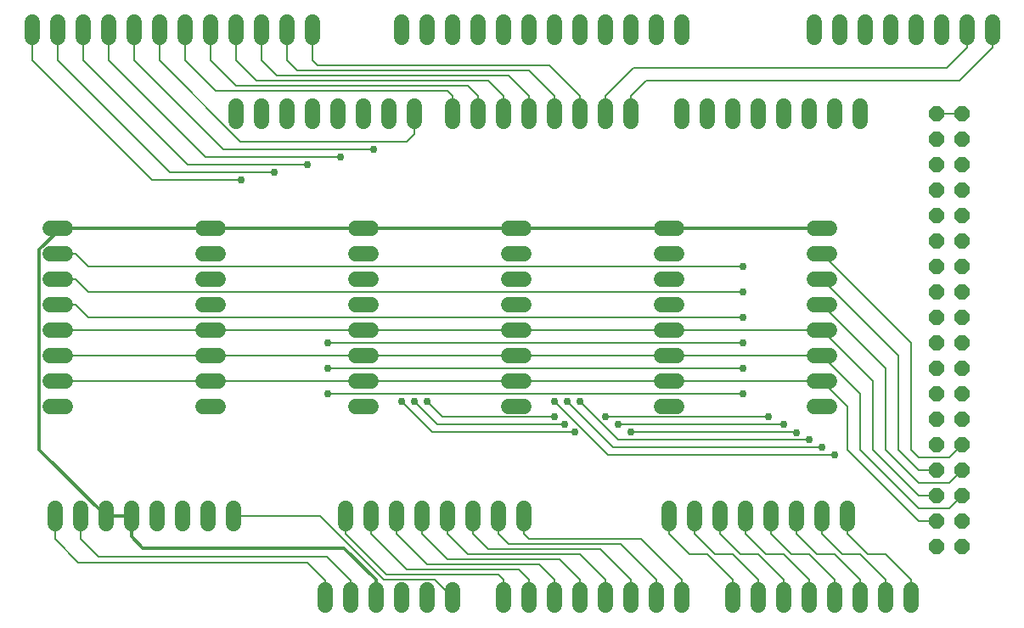
<source format=gbr>
G04 EAGLE Gerber RS-274X export*
G75*
%MOMM*%
%FSLAX34Y34*%
%LPD*%
%INTop Copper*%
%IPPOS*%
%AMOC8*
5,1,8,0,0,1.08239X$1,22.5*%
G01*
%ADD10C,1.524000*%
%ADD11P,1.649562X8X292.500000*%
%ADD12C,0.152400*%
%ADD13C,0.304800*%
%ADD14C,0.756400*%


D10*
X393700Y17780D02*
X393700Y33020D01*
X419100Y33020D02*
X419100Y17780D01*
X444500Y17780D02*
X444500Y33020D01*
X469900Y33020D02*
X469900Y17780D01*
X495300Y17780D02*
X495300Y33020D01*
X520700Y33020D02*
X520700Y17780D01*
X571500Y17780D02*
X571500Y33020D01*
X596900Y33020D02*
X596900Y17780D01*
X622300Y17780D02*
X622300Y33020D01*
X647700Y33020D02*
X647700Y17780D01*
X673100Y17780D02*
X673100Y33020D01*
X698500Y33020D02*
X698500Y17780D01*
X723900Y17780D02*
X723900Y33020D01*
X749300Y33020D02*
X749300Y17780D01*
X800100Y17780D02*
X800100Y33020D01*
X825500Y33020D02*
X825500Y17780D01*
X850900Y17780D02*
X850900Y33020D01*
X876300Y33020D02*
X876300Y17780D01*
X901700Y17780D02*
X901700Y33020D01*
X927100Y33020D02*
X927100Y17780D01*
X952500Y17780D02*
X952500Y33020D01*
X977900Y33020D02*
X977900Y17780D01*
X927100Y500380D02*
X927100Y515620D01*
X901700Y515620D02*
X901700Y500380D01*
X876300Y500380D02*
X876300Y515620D01*
X850900Y515620D02*
X850900Y500380D01*
X825500Y500380D02*
X825500Y515620D01*
X800100Y515620D02*
X800100Y500380D01*
X774700Y500380D02*
X774700Y515620D01*
X749300Y515620D02*
X749300Y500380D01*
X698500Y500380D02*
X698500Y515620D01*
X673100Y515620D02*
X673100Y500380D01*
X647700Y500380D02*
X647700Y515620D01*
X622300Y515620D02*
X622300Y500380D01*
X596900Y500380D02*
X596900Y515620D01*
X571500Y515620D02*
X571500Y500380D01*
X546100Y500380D02*
X546100Y515620D01*
X520700Y515620D02*
X520700Y500380D01*
X482600Y500380D02*
X482600Y515620D01*
X457200Y515620D02*
X457200Y500380D01*
X431800Y500380D02*
X431800Y515620D01*
X406400Y515620D02*
X406400Y500380D01*
X381000Y500380D02*
X381000Y515620D01*
X355600Y515620D02*
X355600Y500380D01*
X330200Y500380D02*
X330200Y515620D01*
X304800Y515620D02*
X304800Y500380D01*
D11*
X1003300Y508000D03*
X1028700Y508000D03*
X1003300Y482600D03*
X1028700Y482600D03*
X1003300Y457200D03*
X1028700Y457200D03*
X1003300Y431800D03*
X1028700Y431800D03*
X1003300Y406400D03*
X1028700Y406400D03*
X1003300Y381000D03*
X1028700Y381000D03*
X1003300Y355600D03*
X1028700Y355600D03*
X1003300Y330200D03*
X1028700Y330200D03*
X1003300Y304800D03*
X1028700Y304800D03*
X1003300Y279400D03*
X1028700Y279400D03*
X1003300Y254000D03*
X1028700Y254000D03*
X1003300Y228600D03*
X1028700Y228600D03*
X1003300Y203200D03*
X1028700Y203200D03*
X1003300Y177800D03*
X1028700Y177800D03*
X1003300Y152400D03*
X1028700Y152400D03*
X1003300Y127000D03*
X1028700Y127000D03*
X1003300Y101600D03*
X1028700Y101600D03*
X1003300Y76200D03*
X1028700Y76200D03*
D10*
X896620Y215900D02*
X881380Y215900D01*
X881380Y241300D02*
X896620Y241300D01*
X896620Y266700D02*
X881380Y266700D01*
X881380Y292100D02*
X896620Y292100D01*
X896620Y317500D02*
X881380Y317500D01*
X881380Y342900D02*
X896620Y342900D01*
X896620Y368300D02*
X881380Y368300D01*
X881380Y393700D02*
X896620Y393700D01*
X744220Y215900D02*
X728980Y215900D01*
X728980Y241300D02*
X744220Y241300D01*
X744220Y266700D02*
X728980Y266700D01*
X728980Y292100D02*
X744220Y292100D01*
X744220Y317500D02*
X728980Y317500D01*
X728980Y342900D02*
X744220Y342900D01*
X744220Y368300D02*
X728980Y368300D01*
X728980Y393700D02*
X744220Y393700D01*
X591820Y215900D02*
X576580Y215900D01*
X576580Y241300D02*
X591820Y241300D01*
X591820Y266700D02*
X576580Y266700D01*
X576580Y292100D02*
X591820Y292100D01*
X591820Y317500D02*
X576580Y317500D01*
X576580Y342900D02*
X591820Y342900D01*
X591820Y368300D02*
X576580Y368300D01*
X576580Y393700D02*
X591820Y393700D01*
X439420Y215900D02*
X424180Y215900D01*
X424180Y241300D02*
X439420Y241300D01*
X439420Y266700D02*
X424180Y266700D01*
X424180Y292100D02*
X439420Y292100D01*
X439420Y317500D02*
X424180Y317500D01*
X424180Y342900D02*
X439420Y342900D01*
X439420Y368300D02*
X424180Y368300D01*
X424180Y393700D02*
X439420Y393700D01*
X287020Y215900D02*
X271780Y215900D01*
X271780Y241300D02*
X287020Y241300D01*
X287020Y266700D02*
X271780Y266700D01*
X271780Y292100D02*
X287020Y292100D01*
X287020Y317500D02*
X271780Y317500D01*
X271780Y342900D02*
X287020Y342900D01*
X287020Y368300D02*
X271780Y368300D01*
X271780Y393700D02*
X287020Y393700D01*
X134620Y215900D02*
X119380Y215900D01*
X119380Y241300D02*
X134620Y241300D01*
X134620Y266700D02*
X119380Y266700D01*
X119380Y292100D02*
X134620Y292100D01*
X134620Y317500D02*
X119380Y317500D01*
X119380Y342900D02*
X134620Y342900D01*
X134620Y368300D02*
X119380Y368300D01*
X119380Y393700D02*
X134620Y393700D01*
X736600Y114300D02*
X736600Y99060D01*
X762000Y99060D02*
X762000Y114300D01*
X787400Y114300D02*
X787400Y99060D01*
X812800Y99060D02*
X812800Y114300D01*
X838200Y114300D02*
X838200Y99060D01*
X863600Y99060D02*
X863600Y114300D01*
X889000Y114300D02*
X889000Y99060D01*
X914400Y99060D02*
X914400Y114300D01*
X414020Y114300D02*
X414020Y99060D01*
X439420Y99060D02*
X439420Y114300D01*
X464820Y114300D02*
X464820Y99060D01*
X490220Y99060D02*
X490220Y114300D01*
X515620Y114300D02*
X515620Y99060D01*
X541020Y99060D02*
X541020Y114300D01*
X566420Y114300D02*
X566420Y99060D01*
X591820Y99060D02*
X591820Y114300D01*
X124460Y114300D02*
X124460Y99060D01*
X149860Y99060D02*
X149860Y114300D01*
X175260Y114300D02*
X175260Y99060D01*
X200660Y99060D02*
X200660Y114300D01*
X226060Y114300D02*
X226060Y99060D01*
X251460Y99060D02*
X251460Y114300D01*
X276860Y114300D02*
X276860Y99060D01*
X302260Y99060D02*
X302260Y114300D01*
X881380Y584200D02*
X881380Y599440D01*
X906780Y599440D02*
X906780Y584200D01*
X932180Y584200D02*
X932180Y599440D01*
X957580Y599440D02*
X957580Y584200D01*
X982980Y584200D02*
X982980Y599440D01*
X1008380Y599440D02*
X1008380Y584200D01*
X1033780Y584200D02*
X1033780Y599440D01*
X1059180Y599440D02*
X1059180Y584200D01*
X749300Y584200D02*
X749300Y599440D01*
X723900Y599440D02*
X723900Y584200D01*
X698500Y584200D02*
X698500Y599440D01*
X673100Y599440D02*
X673100Y584200D01*
X647700Y584200D02*
X647700Y599440D01*
X622300Y599440D02*
X622300Y584200D01*
X596900Y584200D02*
X596900Y599440D01*
X571500Y599440D02*
X571500Y584200D01*
X546100Y584200D02*
X546100Y599440D01*
X520700Y599440D02*
X520700Y584200D01*
X495300Y584200D02*
X495300Y599440D01*
X469900Y599440D02*
X469900Y584200D01*
X381000Y584200D02*
X381000Y599440D01*
X355600Y599440D02*
X355600Y584200D01*
X330200Y584200D02*
X330200Y599440D01*
X304800Y599440D02*
X304800Y584200D01*
X279400Y584200D02*
X279400Y599440D01*
X254000Y599440D02*
X254000Y584200D01*
X228600Y584200D02*
X228600Y599440D01*
X203200Y599440D02*
X203200Y584200D01*
X177800Y584200D02*
X177800Y599440D01*
X152400Y599440D02*
X152400Y584200D01*
X127000Y584200D02*
X127000Y599440D01*
X101600Y599440D02*
X101600Y584200D01*
D12*
X302260Y106680D02*
X388620Y106680D01*
X452120Y43180D02*
X502920Y43180D01*
X520700Y25400D01*
X452120Y43180D02*
X388620Y106680D01*
X736600Y292100D02*
X889000Y292100D01*
X939800Y241300D01*
X939800Y172720D01*
X985520Y127000D01*
X1003300Y127000D01*
X736600Y292100D02*
X584200Y292100D01*
X431800Y292100D01*
X279400Y292100D01*
X127000Y292100D01*
X736600Y266700D02*
X889000Y266700D01*
X927100Y228600D01*
X927100Y172720D01*
X985520Y114300D01*
X1016000Y114300D01*
X1028700Y127000D01*
X736600Y266700D02*
X584200Y266700D01*
X431800Y266700D01*
X279400Y266700D01*
X127000Y266700D01*
X736600Y241300D02*
X889000Y241300D01*
X914400Y215900D01*
X914400Y172720D01*
X985520Y101600D01*
X1003300Y101600D01*
X736600Y241300D02*
X584200Y241300D01*
X431800Y241300D01*
X279400Y241300D01*
X127000Y241300D01*
D13*
X736600Y393700D02*
X889000Y393700D01*
X736600Y393700D02*
X584200Y393700D01*
X431800Y393700D01*
X279400Y393700D01*
X127000Y393700D01*
X175260Y106680D02*
X200660Y106680D01*
X200660Y86360D02*
X212090Y74930D01*
X200660Y86360D02*
X200660Y106680D01*
X212090Y74930D02*
X412750Y74930D01*
X444500Y43180D02*
X444500Y25400D01*
X444500Y43180D02*
X412750Y74930D01*
X127000Y391007D02*
X127000Y393700D01*
X127000Y391007D02*
X108712Y372719D01*
X108712Y173228D02*
X175260Y106680D01*
X108712Y173228D02*
X108712Y372719D01*
D12*
X889000Y368300D02*
X977900Y279400D01*
X977900Y172720D02*
X985520Y165100D01*
X1016000Y165100D01*
X1028700Y177800D01*
X977900Y172720D02*
X977900Y279400D01*
X965200Y266700D02*
X889000Y342900D01*
X965200Y172720D02*
X985520Y152400D01*
X1003300Y152400D01*
X965200Y172720D02*
X965200Y266700D01*
X952500Y254000D02*
X889000Y317500D01*
X952500Y254000D02*
X952500Y172720D01*
X985520Y139700D01*
X1016000Y139700D01*
X1028700Y152400D01*
D14*
X901700Y167640D03*
X622300Y220980D03*
D12*
X675640Y167640D01*
X901700Y167640D01*
D14*
X889076Y175184D03*
X635000Y220980D03*
D12*
X680646Y175334D01*
X889076Y175184D01*
D14*
X647700Y220980D03*
X876148Y183032D03*
D12*
X685648Y183032D02*
X647700Y220980D01*
X685648Y183032D02*
X876148Y183032D01*
D14*
X469900Y220980D03*
D12*
X500380Y190500D01*
X642620Y190500D01*
D14*
X642620Y190500D03*
X698500Y190500D03*
D12*
X863600Y190500D02*
X863752Y190348D01*
D14*
X863752Y190348D03*
D12*
X863600Y190500D02*
X698500Y190500D01*
D14*
X622300Y205740D03*
D12*
X510540Y205740D01*
X495300Y220980D01*
D14*
X495300Y220980D03*
X835660Y205740D03*
X673100Y205740D03*
D12*
X835660Y205740D01*
D14*
X482600Y220980D03*
D12*
X505460Y198120D01*
X632460Y198120D01*
D14*
X632460Y198120D03*
X685800Y198120D03*
D12*
X850900Y198120D01*
X850976Y198044D01*
D14*
X850976Y198044D03*
X810260Y228600D03*
X396240Y228600D03*
D12*
X810260Y228600D01*
D14*
X396240Y254000D03*
D12*
X810260Y254000D01*
D14*
X810260Y254000D03*
X396240Y279400D03*
D12*
X810260Y279400D01*
D14*
X810260Y279400D03*
D12*
X144780Y317500D02*
X127000Y317500D01*
X144780Y317500D02*
X157480Y304800D01*
X810260Y304800D01*
D14*
X810260Y304800D03*
X810260Y330200D03*
D12*
X157480Y330200D01*
X144780Y342900D01*
X127000Y342900D01*
X127000Y368300D02*
X144780Y368300D01*
X157480Y355600D01*
X810260Y355600D01*
D14*
X810260Y355600D03*
D12*
X736600Y106680D02*
X736600Y88900D01*
X756920Y68580D01*
X774700Y68580D02*
X800100Y43180D01*
X800100Y25400D01*
X774700Y68580D02*
X756920Y68580D01*
X762000Y88900D02*
X762000Y106680D01*
X762000Y88900D02*
X782320Y68580D01*
X800100Y68580D01*
X825500Y43180D01*
X825500Y25400D01*
X787400Y88900D02*
X787400Y106680D01*
X787400Y88900D02*
X807720Y68580D01*
X825500Y68580D01*
X850900Y43180D01*
X850900Y25400D01*
X812800Y88900D02*
X812800Y106680D01*
X812800Y88900D02*
X833120Y68580D01*
X850900Y68580D01*
X876300Y43180D01*
X876300Y25400D01*
X838200Y88900D02*
X838200Y106680D01*
X858520Y68580D02*
X876300Y68580D01*
X901700Y43180D01*
X901700Y25400D01*
X858520Y68580D02*
X838200Y88900D01*
X863600Y88900D02*
X863600Y106680D01*
X863600Y88900D02*
X883920Y68580D01*
X901700Y68580D01*
X927100Y43180D01*
X927100Y25400D01*
X889000Y88900D02*
X889000Y106680D01*
X889000Y88900D02*
X909320Y68580D01*
X927100Y68580D01*
X952500Y43180D02*
X952500Y25400D01*
X952500Y43180D02*
X927100Y68580D01*
X914400Y88900D02*
X914400Y106680D01*
X914400Y88900D02*
X934720Y68580D01*
X952500Y68580D01*
X977900Y43180D01*
X977900Y25400D01*
X454660Y48260D02*
X414020Y88900D01*
X414020Y106680D01*
X571500Y43180D02*
X571500Y25400D01*
X571500Y43180D02*
X566420Y48260D01*
X454660Y48260D01*
X474980Y53340D02*
X439420Y88900D01*
X439420Y106680D01*
X474980Y53340D02*
X586740Y53340D01*
X596900Y43180D02*
X596900Y25400D01*
X596900Y43180D02*
X586740Y53340D01*
X495300Y58420D02*
X464820Y88900D01*
X464820Y106680D01*
X495300Y58420D02*
X607060Y58420D01*
X622300Y43180D02*
X622300Y25400D01*
X622300Y43180D02*
X607060Y58420D01*
X515620Y63500D02*
X490220Y88900D01*
X490220Y106680D01*
X515620Y63500D02*
X627380Y63500D01*
X647700Y43180D02*
X647700Y25400D01*
X647700Y43180D02*
X627380Y63500D01*
X535940Y68580D02*
X515620Y88900D01*
X515620Y106680D01*
X535940Y68580D02*
X647700Y68580D01*
X673100Y43180D02*
X673100Y25400D01*
X673100Y43180D02*
X647700Y68580D01*
X556260Y73660D02*
X541020Y88900D01*
X541020Y106680D01*
X556260Y73660D02*
X668020Y73660D01*
X698500Y43180D02*
X698500Y25400D01*
X698500Y43180D02*
X668020Y73660D01*
X576580Y78740D02*
X566420Y88900D01*
X566420Y106680D01*
X576580Y78740D02*
X688340Y78740D01*
X723900Y43180D02*
X723900Y25400D01*
X723900Y43180D02*
X688340Y78740D01*
X596900Y83820D02*
X591820Y88900D01*
X591820Y106680D01*
X596900Y83820D02*
X708660Y83820D01*
X749300Y43180D02*
X749300Y25400D01*
X749300Y43180D02*
X708660Y83820D01*
X393700Y42672D02*
X393700Y25400D01*
X393700Y42672D02*
X375920Y60452D01*
X124460Y83820D02*
X124460Y106680D01*
X124460Y83820D02*
X147828Y60452D01*
X375920Y60452D01*
X149860Y83820D02*
X149860Y106680D01*
X149860Y83820D02*
X167640Y66040D01*
X395779Y66040D01*
X419100Y42719D02*
X419100Y25400D01*
X419100Y42719D02*
X395779Y66040D01*
X673100Y508000D02*
X673100Y525780D01*
X701040Y553720D01*
X1033780Y574040D02*
X1033780Y591820D01*
X1033780Y574040D02*
X1013460Y553720D01*
X701040Y553720D01*
X698500Y525780D02*
X698500Y508000D01*
X698500Y525780D02*
X713740Y541020D01*
X1026160Y541020D01*
X1059180Y574040D02*
X1059180Y591820D01*
X1059180Y574040D02*
X1026160Y541020D01*
X345440Y546100D02*
X330200Y561340D01*
X330200Y591820D01*
X345440Y546100D02*
X576580Y546100D01*
X596900Y525780D02*
X596900Y508000D01*
X596900Y525780D02*
X576580Y546100D01*
X355600Y561340D02*
X355600Y591820D01*
X355600Y561340D02*
X365760Y551180D01*
X596900Y551180D01*
X622300Y525780D02*
X622300Y508000D01*
X622300Y525780D02*
X596900Y551180D01*
X386080Y556260D02*
X381000Y561340D01*
X381000Y591820D01*
X386080Y556260D02*
X617220Y556260D01*
X647700Y525780D02*
X647700Y508000D01*
X647700Y525780D02*
X617220Y556260D01*
X304800Y561340D02*
X304800Y591820D01*
X304800Y561340D02*
X325120Y541020D01*
X556260Y541020D01*
X571500Y525780D02*
X571500Y508000D01*
X571500Y525780D02*
X556260Y541020D01*
X304800Y535940D02*
X279400Y561340D01*
X279400Y591820D01*
X304800Y535940D02*
X535940Y535940D01*
X546100Y525780D02*
X546100Y508000D01*
X546100Y525780D02*
X535940Y535940D01*
X284480Y530860D02*
X254000Y561340D01*
X254000Y591820D01*
X520700Y525780D02*
X520700Y508000D01*
X520700Y525780D02*
X515620Y530860D01*
X284480Y530860D01*
X482600Y508000D02*
X482600Y487680D01*
X475234Y480314D01*
X309626Y480314D02*
X228600Y561340D01*
X309626Y480314D02*
X475234Y480314D01*
X228600Y561340D02*
X228600Y591820D01*
X203200Y591820D02*
X203200Y561340D01*
X292100Y472440D01*
X441960Y472440D01*
D14*
X441960Y472440D03*
X408940Y464820D03*
D12*
X274320Y464820D01*
X177800Y561340D01*
X177800Y591820D01*
D14*
X375920Y457200D03*
D12*
X256540Y457200D01*
X152400Y561340D01*
X152400Y591820D01*
X127000Y561340D02*
X238760Y449580D01*
X127000Y561340D02*
X127000Y591820D01*
X238760Y449580D02*
X342900Y449580D01*
D14*
X342900Y449580D03*
X309880Y441960D03*
D12*
X220980Y441960D01*
X101600Y561340D01*
X101600Y591820D01*
X1003300Y508000D02*
X1028700Y508000D01*
M02*

</source>
